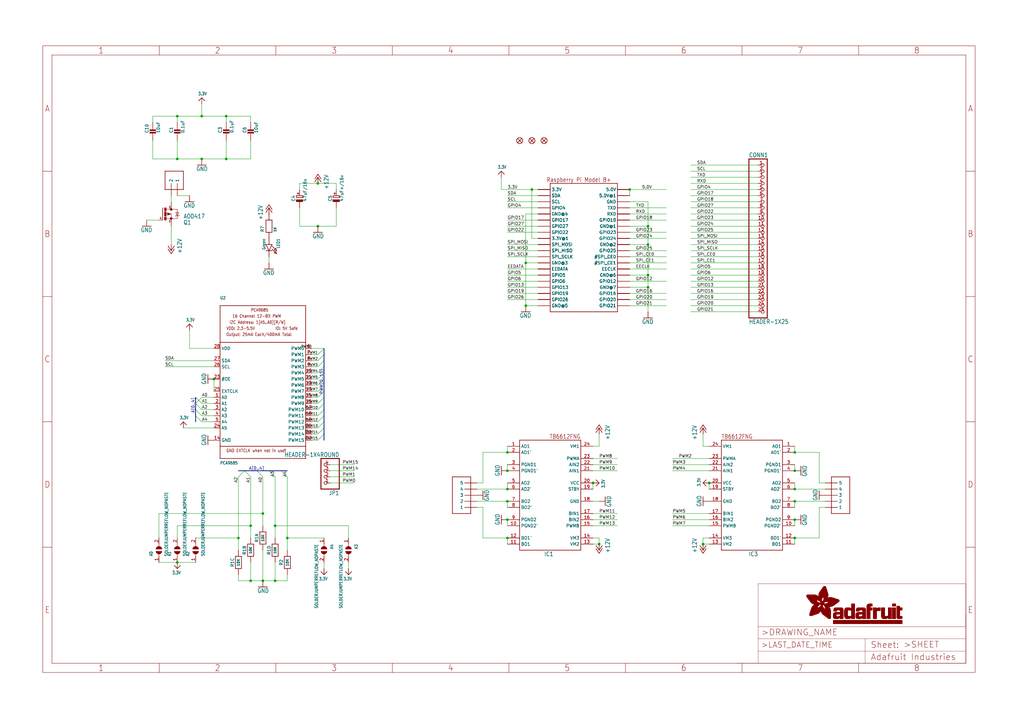
<source format=kicad_sch>
(kicad_sch (version 20211123) (generator eeschema)
  (paper "User" 425.45 299.161)
  (lib_symbols
    (symbol "eagleSchem-eagle-import:+12V" (power)
      (property "Value" "+12V" (at -2.54 -5.08 90))
      (symbol "+12V_1_0"
        (pin power_in line (at 0 -2.54 90) (length 2.54) (name "+12V") (number "1"))
      )
    )
    (symbol "eagleSchem-eagle-import:1X2-3.5MM"
      (symbol "1X2-3.5MM_1_0"
        (pin passive line (at -5.08 2.54 0) (length 5.08) (name "1") (number "1"))
        (pin passive line (at -5.08 0 0) (length 5.08) (name "2") (number "2"))
      )
    )
    (symbol "eagleSchem-eagle-import:1X5"
      (symbol "1X5_1_0"
        (pin passive line (at -7.62 5.08 0) (length 5.08) (name "1") (number "1"))
        (pin passive line (at -7.62 2.54 0) (length 5.08) (name "2") (number "2"))
        (pin passive line (at -7.62 0 0) (length 5.08) (name "3") (number "3"))
        (pin passive line (at -7.62 -2.54 0) (length 5.08) (name "4") (number "4"))
        (pin passive line (at -7.62 -5.08 0) (length 5.08) (name "5") (number "5"))
      )
    )
    (symbol "eagleSchem-eagle-import:3.3V" (power)
      (property "Value" "3.3V" (at -1.524 1.016 0))
      (symbol "3.3V_1_0"
        (pin power_in line (at 0 -2.54 90) (length 2.54) (name "3.3V") (number "1"))
      )
    )
    (symbol "eagleSchem-eagle-import:CAP_CERAMIC0603_NO"
      (property "Reference" "C" (at -2.29 1.25 90))
      (property "Value" "CAP_CERAMIC0603_NO" (at 2.3 1.25 90))
      (symbol "CAP_CERAMIC0603_NO_1_0"
        (pin passive line (at 0 5.08 270) (length 2.54) (name "1") (number "1"))
        (pin passive line (at 0 -2.54 90) (length 2.54) (name "2") (number "2"))
      )
    )
    (symbol "eagleSchem-eagle-import:CAP_CERAMIC0805-NOOUTLINE"
      (property "Reference" "C" (at -2.29 1.25 90))
      (property "Value" "CAP_CERAMIC0805-NOOUTLINE" (at 2.3 1.25 90))
      (symbol "CAP_CERAMIC0805-NOOUTLINE_1_0"
        (pin passive line (at 0 5.08 270) (length 2.54) (name "1") (number "1"))
        (pin passive line (at 0 -2.54 90) (length 2.54) (name "2") (number "2"))
      )
    )
    (symbol "eagleSchem-eagle-import:CAP_ELECTROLYTICPANASONIC_C"
      (property "Reference" "C" (at -2.39 1.25 90))
      (property "Value" "CAP_ELECTROLYTICPANASONIC_C" (at 2.5 1.25 90))
      (symbol "CAP_ELECTROLYTICPANASONIC_C_1_0"
        (pin passive line (at 0 5.08 270) (length 2.54) (name "+") (number "+"))
        (pin passive line (at 0 -2.54 90) (length 2.54) (name "-") (number "-"))
      )
    )
    (symbol "eagleSchem-eagle-import:FIDUCIAL_1MM")
    (symbol "eagleSchem-eagle-import:FRAME_A3_ADAFRUIT"
      (symbol "FRAME_A3_ADAFRUIT_0_0"
        (text "1" (at 24.2094 1.905 0) (effects (font (size 2.54 2.286))))
        (text "1" (at 24.2094 258.445 0) (effects (font (size 2.54 2.286))))
        (text "2" (at 72.6281 1.905 0) (effects (font (size 2.54 2.286))))
        (text "2" (at 72.6281 258.445 0) (effects (font (size 2.54 2.286))))
        (text "3" (at 121.0469 1.905 0) (effects (font (size 2.54 2.286))))
        (text "3" (at 121.0469 258.445 0) (effects (font (size 2.54 2.286))))
        (text "4" (at 169.4656 1.905 0) (effects (font (size 2.54 2.286))))
        (text "4" (at 169.4656 258.445 0) (effects (font (size 2.54 2.286))))
        (text "5" (at 217.8844 1.905 0) (effects (font (size 2.54 2.286))))
        (text "5" (at 217.8844 258.445 0) (effects (font (size 2.54 2.286))))
        (text "6" (at 266.3031 1.905 0) (effects (font (size 2.54 2.286))))
        (text "6" (at 266.3031 258.445 0) (effects (font (size 2.54 2.286))))
        (text "7" (at 314.7219 1.905 0) (effects (font (size 2.54 2.286))))
        (text "7" (at 314.7219 258.445 0) (effects (font (size 2.54 2.286))))
        (text "8" (at 363.1406 1.905 0) (effects (font (size 2.54 2.286))))
        (text "8" (at 363.1406 258.445 0) (effects (font (size 2.54 2.286))))
        (text "A" (at 1.905 234.315 0) (effects (font (size 2.54 2.286))))
        (text "A" (at 385.445 234.315 0) (effects (font (size 2.54 2.286))))
        (text "B" (at 1.905 182.245 0) (effects (font (size 2.54 2.286))))
        (text "B" (at 385.445 182.245 0) (effects (font (size 2.54 2.286))))
        (text "C" (at 1.905 130.175 0) (effects (font (size 2.54 2.286))))
        (text "C" (at 385.445 130.175 0) (effects (font (size 2.54 2.286))))
        (text "D" (at 1.905 78.105 0) (effects (font (size 2.54 2.286))))
        (text "D" (at 385.445 78.105 0) (effects (font (size 2.54 2.286))))
        (text "E" (at 1.905 26.035 0) (effects (font (size 2.54 2.286))))
        (text "E" (at 385.445 26.035 0) (effects (font (size 2.54 2.286))))
      )
      (symbol "FRAME_A3_ADAFRUIT_1_0"
        (text ">DRAWING_NAME" (at 298.45 15.24 0) (effects (font (size 2.54 2.54)) (justify left bottom)))
        (text ">LAST_DATE_TIME" (at 298.45 10.16 0) (effects (font (size 2.286 2.286)) (justify left bottom)))
        (text ">SHEET" (at 357.505 10.16 0) (effects (font (size 2.54 2.54)) (justify left bottom)))
        (text "Adafruit Industries" (at 343.916 4.953 0) (effects (font (size 2.54 2.54)) (justify left bottom)))
        (text "Sheet:" (at 343.916 10.033 0) (effects (font (size 2.54 2.54)) (justify left bottom)))
      )
    )
    (symbol "eagleSchem-eagle-import:GND" (power)
      (property "Value" "GND" (at -2.54 -2.54 0))
      (symbol "GND_1_0"
        (pin power_in line (at 0 2.54 270) (length 2.54) (name "GND") (number "1"))
      )
    )
    (symbol "eagleSchem-eagle-import:HEADER-1X25"
      (property "Reference" "CONN" (at -3.81 33.655 0))
      (property "Value" "HEADER-1X25" (at -3.81 -35.56 0))
      (symbol "HEADER-1X25_1_0"
        (pin passive inverted (at 0 30.48 0) (length 2.54) (name "1") (number "1"))
        (pin passive inverted (at 0 7.62 0) (length 2.54) (name "10") (number "10"))
        (pin passive inverted (at 0 5.08 0) (length 2.54) (name "11") (number "11"))
        (pin passive inverted (at 0 2.54 0) (length 2.54) (name "12") (number "12"))
        (pin passive inverted (at 0 0 0) (length 2.54) (name "13") (number "13"))
        (pin passive inverted (at 0 -2.54 0) (length 2.54) (name "14") (number "14"))
        (pin passive inverted (at 0 -5.08 0) (length 2.54) (name "15") (number "15"))
        (pin passive inverted (at 0 -7.62 0) (length 2.54) (name "16") (number "16"))
        (pin passive inverted (at 0 -10.16 0) (length 2.54) (name "17") (number "17"))
        (pin passive inverted (at 0 -12.7 0) (length 2.54) (name "18") (number "18"))
        (pin passive inverted (at 0 -15.24 0) (length 2.54) (name "19") (number "19"))
        (pin passive inverted (at 0 27.94 0) (length 2.54) (name "2") (number "2"))
        (pin passive inverted (at 0 -17.78 0) (length 2.54) (name "20") (number "20"))
        (pin passive inverted (at 0 -20.32 0) (length 2.54) (name "21") (number "21"))
        (pin passive inverted (at 0 -22.86 0) (length 2.54) (name "22") (number "22"))
        (pin passive inverted (at 0 -25.4 0) (length 2.54) (name "23") (number "23"))
        (pin passive inverted (at 0 -27.94 0) (length 2.54) (name "24") (number "24"))
        (pin passive inverted (at 0 -30.48 0) (length 2.54) (name "25") (number "25"))
        (pin passive inverted (at 0 25.4 0) (length 2.54) (name "3") (number "3"))
        (pin passive inverted (at 0 22.86 0) (length 2.54) (name "4") (number "4"))
        (pin passive inverted (at 0 20.32 0) (length 2.54) (name "5") (number "5"))
        (pin passive inverted (at 0 17.78 0) (length 2.54) (name "6") (number "6"))
        (pin passive inverted (at 0 15.24 0) (length 2.54) (name "7") (number "7"))
        (pin passive inverted (at 0 12.7 0) (length 2.54) (name "8") (number "8"))
        (pin passive inverted (at 0 10.16 0) (length 2.54) (name "9") (number "9"))
      )
    )
    (symbol "eagleSchem-eagle-import:HEADER-1X4ROUND"
      (property "Reference" "JP" (at -6.35 8.255 0))
      (property "Value" "HEADER-1X4ROUND" (at -6.35 -7.62 0))
      (symbol "HEADER-1X4ROUND_1_0"
        (pin passive inverted (at -2.54 5.08 0) (length 2.54) (name "1") (number "1"))
        (pin passive inverted (at -2.54 2.54 0) (length 2.54) (name "2") (number "2"))
        (pin passive inverted (at -2.54 0 0) (length 2.54) (name "3") (number "3"))
        (pin passive inverted (at -2.54 -2.54 0) (length 2.54) (name "4") (number "4"))
      )
    )
    (symbol "eagleSchem-eagle-import:IRF?5305R"
      (property "Reference" "Q" (at 7.62 2.54 0))
      (property "Value" "IRF?5305R" (at 7.62 0 0))
      (symbol "IRF?5305R_1_0"
        (text "D" (at 1.524 -3.302 0) (effects (font (size 0.8128 0.6908)) (justify left bottom)))
        (text "G" (at -2.286 1.27 0) (effects (font (size 0.8128 0.6908)) (justify left bottom)))
        (text "S" (at 1.524 2.54 0) (effects (font (size 0.8128 0.6908)) (justify left bottom)))
        (pin passive line (at -2.54 2.54 0) (length 0) (name "G") (number "1"))
        (pin passive line (at 2.54 5.08 270) (length 2.54) (name "S") (number "3"))
        (pin passive line (at 2.54 -5.08 90) (length 2.54) (name "D") (number "4"))
      )
    )
    (symbol "eagleSchem-eagle-import:LED0805_NOOUTLINE"
      (property "Reference" "D" (at -1.27 4.445 0))
      (property "Value" "LED0805_NOOUTLINE" (at -1.27 -2.794 0))
      (symbol "LED0805_NOOUTLINE_1_0"
        (pin passive line (at -5.08 0 0) (length 2.54) (name "A") (number "A"))
        (pin passive line (at 2.54 0 180) (length 2.54) (name "C") (number "C"))
      )
    )
    (symbol "eagleSchem-eagle-import:PCA9685"
      (property "Reference" "U" (at -17.78 35.56 0))
      (property "Value" "PCA9685" (at -17.78 -33.02 0))
      (symbol "PCA9685_1_0"
        (text "16 Channel 12-Bit PWM" (at -12.7 27.94 0) (effects (font (size 1.27 1.0795)) (justify left bottom)))
        (text "GND EXTCLK when not in use!" (at -15.24 -27.94 0) (effects (font (size 1.27 1.0795)) (justify left bottom)))
        (text "I2C Address: 1[A5..A0][R/W]" (at -13.97 25.4 0) (effects (font (size 1.27 1.0795)) (justify left bottom)))
        (text "IO: 5V Safe" (at 5.08 22.86 0) (effects (font (size 1.27 1.0795)) (justify left bottom)))
        (text "Output: 25mA Each/400mA Total" (at -15.24 20.32 0) (effects (font (size 1.27 1.0795)) (justify left bottom)))
        (text "PCA9685" (at -5.08 30.48 0) (effects (font (size 1.27 1.0795)) (justify left bottom)))
        (text "VDD: 2.3-5.5V" (at -15.24 22.86 0) (effects (font (size 1.27 1.0795)) (justify left bottom)))
        (pin bidirectional line (at -20.32 -5.08 0) (length 2.54) (name "A0") (number "1"))
        (pin output line (at 20.32 5.08 180) (length 2.54) (name "PWM4") (number "10"))
        (pin output line (at 20.32 2.54 180) (length 2.54) (name "PWM5") (number "11"))
        (pin output line (at 20.32 0 180) (length 2.54) (name "PWM6") (number "12"))
        (pin output line (at 20.32 -2.54 180) (length 2.54) (name "PWM7") (number "13"))
        (pin power_in line (at -20.32 -22.86 0) (length 2.54) (name "GND") (number "14"))
        (pin output line (at 20.32 -5.08 180) (length 2.54) (name "PWM8") (number "15"))
        (pin output line (at 20.32 -7.62 180) (length 2.54) (name "PWM9") (number "16"))
        (pin output line (at 20.32 -10.16 180) (length 2.54) (name "PWM10") (number "17"))
        (pin output line (at 20.32 -12.7 180) (length 2.54) (name "PWM11") (number "18"))
        (pin output line (at 20.32 -15.24 180) (length 2.54) (name "PWM12") (number "19"))
        (pin bidirectional line (at -20.32 -7.62 0) (length 2.54) (name "A1") (number "2"))
        (pin output line (at 20.32 -17.78 180) (length 2.54) (name "PWM13") (number "20"))
        (pin output line (at 20.32 -20.32 180) (length 2.54) (name "PWM14") (number "21"))
        (pin output line (at 20.32 -22.86 180) (length 2.54) (name "PWM15") (number "22"))
        (pin input line (at -20.32 2.54 0) (length 2.54) (name "#OE") (number "23"))
        (pin bidirectional line (at -20.32 -17.78 0) (length 2.54) (name "A5") (number "24"))
        (pin input line (at -20.32 -2.54 0) (length 2.54) (name "EXTCLK") (number "25"))
        (pin bidirectional line (at -20.32 7.62 0) (length 2.54) (name "SCL") (number "26"))
        (pin bidirectional line (at -20.32 10.16 0) (length 2.54) (name "SDA") (number "27"))
        (pin power_in line (at -20.32 15.24 0) (length 2.54) (name "VDD") (number "28"))
        (pin bidirectional line (at -20.32 -10.16 0) (length 2.54) (name "A2") (number "3"))
        (pin bidirectional line (at -20.32 -12.7 0) (length 2.54) (name "A3") (number "4"))
        (pin bidirectional line (at -20.32 -15.24 0) (length 2.54) (name "A4") (number "5"))
        (pin output line (at 20.32 15.24 180) (length 2.54) (name "PWM0") (number "6"))
        (pin output line (at 20.32 12.7 180) (length 2.54) (name "PWM1") (number "7"))
        (pin output line (at 20.32 10.16 180) (length 2.54) (name "PWM2") (number "8"))
        (pin output line (at 20.32 7.62 180) (length 2.54) (name "PWM3") (number "9"))
      )
    )
    (symbol "eagleSchem-eagle-import:RASPBERRYPI_BPLUS_BONNET_THMSMT"
      (symbol "RASPBERRYPI_BPLUS_BONNET_THMSMT_1_0"
        (text "Raspberry Pi Model B+" (at 12.7 25.4 0) (effects (font (size 1.778 1.5113)) (justify right top)))
        (pin power_in line (at -17.78 20.32 0) (length 5.08) (name "3.3V") (number "1"))
        (pin bidirectional line (at 20.32 10.16 180) (length 5.08) (name "RXD") (number "10"))
        (pin bidirectional line (at -17.78 7.62 0) (length 5.08) (name "GPIO17") (number "11"))
        (pin bidirectional line (at 20.32 7.62 180) (length 5.08) (name "GPIO18") (number "12"))
        (pin bidirectional line (at -17.78 5.08 0) (length 5.08) (name "GPIO27") (number "13"))
        (pin power_in line (at 20.32 5.08 180) (length 5.08) (name "GND@1") (number "14"))
        (pin bidirectional line (at -17.78 2.54 0) (length 5.08) (name "GPIO22") (number "15"))
        (pin bidirectional line (at 20.32 2.54 180) (length 5.08) (name "GPIO23") (number "16"))
        (pin power_in line (at -17.78 0 0) (length 5.08) (name "3.3V@1") (number "17"))
        (pin bidirectional line (at 20.32 0 180) (length 5.08) (name "GPIO24") (number "18"))
        (pin bidirectional line (at -17.78 -2.54 0) (length 5.08) (name "SPI_MOSI") (number "19"))
        (pin power_in line (at 20.32 20.32 180) (length 5.08) (name "5.0V") (number "2"))
        (pin power_in line (at 20.32 -2.54 180) (length 5.08) (name "GND@2") (number "20"))
        (pin bidirectional line (at -17.78 -5.08 0) (length 5.08) (name "SPI_MISO") (number "21"))
        (pin bidirectional line (at 20.32 -5.08 180) (length 5.08) (name "GPIO25") (number "22"))
        (pin bidirectional line (at -17.78 -7.62 0) (length 5.08) (name "SPI_SCLK") (number "23"))
        (pin bidirectional line (at 20.32 -7.62 180) (length 5.08) (name "#SPI_CE0") (number "24"))
        (pin power_in line (at -17.78 -10.16 0) (length 5.08) (name "GND@3") (number "25"))
        (pin bidirectional line (at 20.32 -10.16 180) (length 5.08) (name "#SPI_CE1") (number "26"))
        (pin bidirectional line (at -17.78 -12.7 0) (length 5.08) (name "EEDATA") (number "27"))
        (pin bidirectional line (at 20.32 -12.7 180) (length 5.08) (name "EECLK") (number "28"))
        (pin bidirectional line (at -17.78 -15.24 0) (length 5.08) (name "GPIO5") (number "29"))
        (pin bidirectional line (at -17.78 17.78 0) (length 5.08) (name "SDA") (number "3"))
        (pin power_in line (at 20.32 -15.24 180) (length 5.08) (name "GND@6") (number "30"))
        (pin bidirectional line (at -17.78 -17.78 0) (length 5.08) (name "GPIO6") (number "31"))
        (pin bidirectional line (at 20.32 -17.78 180) (length 5.08) (name "GPIO12") (number "32"))
        (pin bidirectional line (at -17.78 -20.32 0) (length 5.08) (name "GPIO13") (number "33"))
        (pin power_in line (at 20.32 -20.32 180) (length 5.08) (name "GND@7") (number "34"))
        (pin bidirectional line (at -17.78 -22.86 0) (length 5.08) (name "GPIO19") (number "35"))
        (pin bidirectional line (at 20.32 -22.86 180) (length 5.08) (name "GPIO16") (number "36"))
        (pin bidirectional line (at -17.78 -25.4 0) (length 5.08) (name "GPIO26") (number "37"))
        (pin bidirectional line (at 20.32 -25.4 180) (length 5.08) (name "GPIO20") (number "38"))
        (pin power_in line (at -17.78 -27.94 0) (length 5.08) (name "GND@5") (number "39"))
        (pin power_in line (at 20.32 17.78 180) (length 5.08) (name "5.0V@1") (number "4"))
        (pin bidirectional line (at 20.32 -27.94 180) (length 5.08) (name "GPIO21") (number "40"))
        (pin bidirectional line (at -17.78 15.24 0) (length 5.08) (name "SCL") (number "5"))
        (pin power_in line (at 20.32 15.24 180) (length 5.08) (name "GND") (number "6"))
        (pin bidirectional line (at -17.78 12.7 0) (length 5.08) (name "GPIO4") (number "7"))
        (pin bidirectional line (at 20.32 12.7 180) (length 5.08) (name "TXD") (number "8"))
        (pin power_in line (at -17.78 10.16 0) (length 5.08) (name "GND@4") (number "9"))
        (pin power_in line (at -17.78 20.32 0) (length 5.08) (name "3.3V") (number "S1"))
        (pin bidirectional line (at 20.32 10.16 180) (length 5.08) (name "RXD") (number "S10"))
        (pin bidirectional line (at -17.78 7.62 0) (length 5.08) (name "GPIO17") (number "S11"))
        (pin bidirectional line (at 20.32 7.62 180) (length 5.08) (name "GPIO18") (number "S12"))
        (pin bidirectional line (at -17.78 5.08 0) (length 5.08) (name "GPIO27") (number "S13"))
        (pin power_in line (at 20.32 5.08 180) (length 5.08) (name "GND@1") (number "S14"))
        (pin bidirectional line (at -17.78 2.54 0) (length 5.08) (name "GPIO22") (number "S15"))
        (pin bidirectional line (at 20.32 2.54 180) (length 5.08) (name "GPIO23") (number "S16"))
        (pin power_in line (at -17.78 0 0) (length 5.08) (name "3.3V@1") (number "S17"))
        (pin bidirectional line (at 20.32 0 180) (length 5.08) (name "GPIO24") (number "S18"))
        (pin bidirectional line (at -17.78 -2.54 0) (length 5.08) (name "SPI_MOSI") (number "S19"))
        (pin power_in line (at 20.32 20.32 180) (length 5.08) (name "5.0V") (number "S2"))
        (pin power_in line (at 20.32 -2.54 180) (length 5.08) (name "GND@2") (number "S20"))
        (pin bidirectional line (at -17.78 -5.08 0) (length 5.08) (name "SPI_MISO") (number "S21"))
        (pin bidirectional line (at 20.32 -5.08 180) (length 5.08) (name "GPIO25") (number "S22"))
        (pin bidirectional line (at -17.78 -7.62 0) (length 5.08) (name "SPI_SCLK") (number "S23"))
        (pin bidirectional line (at 20.32 -7.62 180) (length 5.08) (name "#SPI_CE0") (number "S24"))
        (pin power_in line (at -17.78 -10.16 0) (length 5.08) (name "GND@3") (number "S25"))
        (pin bidirectional line (at 20.32 -10.16 180) (length 5.08) (name "#SPI_CE1") (number "S26"))
        (pin bidirectional line (at -17.78 -12.7 0) (length 5.08) (name "EEDATA") (number "S27"))
        (pin bidirectional line (at 20.32 -12.7 180) (length 5.08) (name "EECLK") (number "S28"))
        (pin bidirectional line (at -17.78 -15.24 0) (length 5.08) (name "GPIO5") (number "S29"))
        (pin bidirectional line (at -17.78 17.78 0) (length 5.08) (name "SDA") (number "S3"))
        (pin power_in line (at 20.32 -15.24 180) (length 5.08) (name "GND@6") (number "S30"))
        (pin bidirectional line (at -17.78 -17.78 0) (length 5.08) (name "GPIO6") (number "S31"))
        (pin bidirectional line (at 20.32 -17.78 180) (length 5.08) (name "GPIO12") (number "S32"))
        (pin bidirectional line (at -17.78 -20.32 0) (length 5.08) (name "GPIO13") (number "S33"))
        (pin power_in line (at 20.32 -20.32 180) (length 5.08) (name "GND@7") (number "S34"))
        (pin bidirectional line (at -17.78 -22.86 0) (length 5.08) (name "GPIO19") (number "S35"))
        (pin bidirectional line (at 20.32 -22.86 180) (length 5.08) (name "GPIO16") (number "S36"))
        (pin bidirectional line (at -17.78 -25.4 0) (length 5.08) (name "GPIO26") (number "S37"))
        (pin bidirectional line (at 20.32 -25.4 180) (length 5.08) (name "GPIO20") (number "S38"))
        (pin power_in line (at -17.78 -27.94 0) (length 5.08) (name "GND@5") (number "S39"))
        (pin power_in line (at 20.32 17.78 180) (length 5.08) (name "5.0V@1") (number "S4"))
        (pin bidirectional line (at 20.32 -27.94 180) (length 5.08) (name "GPIO21") (number "S40"))
        (pin bidirectional line (at -17.78 15.24 0) (length 5.08) (name "SCL") (number "S5"))
        (pin power_in line (at 20.32 15.24 180) (length 5.08) (name "GND") (number "S6"))
        (pin bidirectional line (at -17.78 12.7 0) (length 5.08) (name "GPIO4") (number "S7"))
        (pin bidirectional line (at 20.32 12.7 180) (length 5.08) (name "TXD") (number "S8"))
        (pin power_in line (at -17.78 10.16 0) (length 5.08) (name "GND@4") (number "S9"))
      )
    )
    (symbol "eagleSchem-eagle-import:RESISTOR_0603_NOOUT"
      (property "Reference" "R" (at 0 2.54 0))
      (property "Value" "RESISTOR_0603_NOOUT" (at 0 0 0))
      (symbol "RESISTOR_0603_NOOUT_1_0"
        (pin passive line (at -5.08 0 0) (length 2.54) (name "1") (number "1"))
        (pin passive line (at 5.08 0 180) (length 2.54) (name "2") (number "2"))
      )
    )
    (symbol "eagleSchem-eagle-import:RESISTOR_4PACK"
      (property "Reference" "R" (at 0 2.54 0))
      (property "Value" "RESISTOR_4PACK" (at 0 0 0))
      (symbol "RESISTOR_4PACK_1_0"
        (pin passive line (at -5.08 0 0) (length 2.54) (name "1") (number "1"))
        (pin passive line (at 5.08 0 180) (length 2.54) (name "2") (number "8"))
      )
      (symbol "RESISTOR_4PACK_2_0"
        (pin passive line (at -5.08 0 0) (length 2.54) (name "1") (number "2"))
        (pin passive line (at 5.08 0 180) (length 2.54) (name "2") (number "7"))
      )
      (symbol "RESISTOR_4PACK_3_0"
        (pin passive line (at -5.08 0 0) (length 2.54) (name "1") (number "3"))
        (pin passive line (at 5.08 0 180) (length 2.54) (name "2") (number "6"))
      )
      (symbol "RESISTOR_4PACK_4_0"
        (pin passive line (at -5.08 0 0) (length 2.54) (name "1") (number "4"))
        (pin passive line (at 5.08 0 180) (length 2.54) (name "2") (number "5"))
      )
    )
    (symbol "eagleSchem-eagle-import:SOLDERJUMPERREFLOW_NOPASTE"
      (property "Reference" "SJ" (at -2.54 2.54 0))
      (property "Value" "SOLDERJUMPERREFLOW_NOPASTE" (at -2.54 -3.81 0))
      (symbol "SOLDERJUMPERREFLOW_NOPASTE_1_0"
        (pin passive line (at -5.08 0 0) (length 2.54) (name "1") (number "1"))
        (pin passive line (at 5.08 0 180) (length 2.54) (name "2") (number "2"))
      )
    )
    (symbol "eagleSchem-eagle-import:TB6612FNG"
      (property "Reference" "IC" (at -2.54 -25.4 0))
      (symbol "TB6612FNG_1_0"
        (text "TB6612FNG" (at 12.7 25.4 0) (effects (font (size 1.778 1.5113)) (justify right top)))
        (pin output line (at -17.78 20.32 0) (length 5.08) (name "AO1") (number "1"))
        (pin power_in line (at -17.78 -12.7 0) (length 5.08) (name "PGND2'") (number "10"))
        (pin output line (at -17.78 -20.32 0) (length 5.08) (name "BO1") (number "11"))
        (pin output line (at -17.78 -17.78 0) (length 5.08) (name "BO1'") (number "12"))
        (pin power_in line (at 17.78 -20.32 180) (length 5.08) (name "VM2") (number "13"))
        (pin power_in line (at 17.78 -17.78 180) (length 5.08) (name "VM3") (number "14"))
        (pin input line (at 17.78 -12.7 180) (length 5.08) (name "PWMB") (number "15"))
        (pin input line (at 17.78 -10.16 180) (length 5.08) (name "BIN2") (number "16"))
        (pin input line (at 17.78 -7.62 180) (length 5.08) (name "BIN1") (number "17"))
        (pin power_in line (at 17.78 -2.54 180) (length 5.08) (name "GND") (number "18"))
        (pin input line (at 17.78 2.54 180) (length 5.08) (name "STBY") (number "19"))
        (pin output line (at -17.78 17.78 0) (length 5.08) (name "AO1'") (number "2"))
        (pin power_in line (at 17.78 5.08 180) (length 5.08) (name "VCC") (number "20"))
        (pin input line (at 17.78 10.16 180) (length 5.08) (name "AIN1") (number "21"))
        (pin input line (at 17.78 12.7 180) (length 5.08) (name "AIN2") (number "22"))
        (pin input line (at 17.78 15.24 180) (length 5.08) (name "PWMA") (number "23"))
        (pin power_in line (at 17.78 20.32 180) (length 5.08) (name "VM1") (number "24"))
        (pin power_in line (at -17.78 12.7 0) (length 5.08) (name "PGND1") (number "3"))
        (pin power_in line (at -17.78 10.16 0) (length 5.08) (name "PGND1'") (number "4"))
        (pin output line (at -17.78 5.08 0) (length 5.08) (name "AO2") (number "5"))
        (pin output line (at -17.78 2.54 0) (length 5.08) (name "AO2'") (number "6"))
        (pin output line (at -17.78 -2.54 0) (length 5.08) (name "BO2") (number "7"))
        (pin output line (at -17.78 -5.08 0) (length 5.08) (name "BO2'") (number "8"))
        (pin power_in line (at -17.78 -10.16 0) (length 5.08) (name "PGND2") (number "9"))
      )
    )
  )
  (junction (at 109.22 213.36))
  (junction (at 246.38 200.66))
  (junction (at 330.2 215.9))
  (junction (at 330.2 208.28))
  (junction (at 210.82 195.58))
  (junction (at 330.2 203.2))
  (junction (at 119.38 223.52))
  (junction (at 220.98 78.74))
  (junction (at 104.14 241.3))
  (junction (at 114.3 218.44))
  (junction (at 210.82 215.9))
  (junction (at 88.9 157.48))
  (junction (at 73.66 48.26))
  (junction (at 269.24 119.38))
  (junction (at 109.22 241.3))
  (junction (at 93.98 48.26))
  (junction (at 292.1 226.06))
  (junction (at 210.82 223.52))
  (junction (at 93.98 66.04))
  (junction (at 330.2 195.58))
  (junction (at 132.08 93.98))
  (junction (at 210.82 208.28))
  (junction (at 83.82 48.26))
  (junction (at 248.92 226.06))
  (junction (at 73.66 66.04))
  (junction (at 269.24 114.3))
  (junction (at 218.44 109.22))
  (junction (at 330.2 223.52))
  (junction (at 269.24 101.6))
  (junction (at 330.2 187.96))
  (junction (at 132.08 76.2))
  (junction (at 218.44 127))
  (junction (at 83.82 66.04))
  (junction (at 269.24 93.98))
  (junction (at 210.82 187.96))
  (junction (at 99.06 223.52))
  (junction (at 104.14 218.44))
  (junction (at 261.62 78.74))
  (junction (at 294.64 200.66))
  (junction (at 210.82 203.2))
  (junction (at 114.3 241.3))
  (junction (at 73.66 233.68))
  (bus_entry (at 132.08 147.32) (size 2.54 -2.54))
  (bus_entry (at 132.08 177.8) (size 2.54 -2.54))
  (bus_entry (at 83.82 175.26) (size -2.54 -2.54))
  (bus_entry (at 114.3 198.12) (size -2.54 -2.54))
  (bus_entry (at 132.08 160.02) (size 2.54 -2.54))
  (bus_entry (at 132.08 162.56) (size 2.54 -2.54))
  (bus_entry (at 83.82 167.64) (size -2.54 -2.54))
  (bus_entry (at 132.08 152.4) (size 2.54 -2.54))
  (bus_entry (at 132.08 154.94) (size 2.54 -2.54))
  (bus_entry (at 132.08 165.1) (size 2.54 -2.54))
  (bus_entry (at 104.14 198.12) (size -2.54 -2.54))
  (bus_entry (at 132.08 167.64) (size 2.54 -2.54))
  (bus_entry (at 132.08 170.18) (size 2.54 -2.54))
  (bus_entry (at 119.38 198.12) (size -2.54 -2.54))
  (bus_entry (at 132.08 180.34) (size 2.54 -2.54))
  (bus_entry (at 132.08 149.86) (size 2.54 -2.54))
  (bus_entry (at 83.82 170.18) (size -2.54 -2.54))
  (bus_entry (at 83.82 165.1) (size -2.54 2.54))
  (bus_entry (at 83.82 172.72) (size -2.54 -2.54))
  (bus_entry (at 99.06 198.12) (size 2.54 -2.54))
  (bus_entry (at 109.22 198.12) (size -2.54 -2.54))
  (bus_entry (at 132.08 182.88) (size 2.54 -2.54))
  (bus_entry (at 132.08 172.72) (size 2.54 -2.54))
  (bus_entry (at 132.08 175.26) (size 2.54 -2.54))
  (bus_entry (at 132.08 157.48) (size 2.54 -2.54))
  (wire (pts (xy 104.14 223.52) (xy 104.14 218.44)))
  (wire (pts (xy 248.92 208.28) (xy 246.38 208.28)))
  (wire (pts (xy 269.24 83.82) (xy 269.24 93.98)))
  (wire (pts (xy 223.52 86.36) (xy 210.82 86.36)))
  (wire (pts (xy 66.04 223.52) (xy 66.04 213.36)))
  (wire (pts (xy 137.16 198.12) (xy 147.32 198.12)))
  (wire (pts (xy 218.44 109.22) (xy 218.44 88.9)))
  (wire (pts (xy 93.98 66.04) (xy 93.98 58.42)))
  (wire (pts (xy 93.98 66.04) (xy 104.14 66.04)))
  (wire (pts (xy 314.96 91.44) (xy 287.02 91.44)))
  (wire (pts (xy 210.82 114.3) (xy 223.52 114.3)))
  (wire (pts (xy 294.64 218.44) (xy 279.4 218.44)))
  (wire (pts (xy 104.14 48.26) (xy 104.14 50.8)))
  (wire (pts (xy 137.16 193.04) (xy 147.32 193.04)))
  (wire (pts (xy 340.36 187.96) (xy 340.36 200.66)))
  (wire (pts (xy 248.92 226.06) (xy 246.38 226.06)))
  (wire (pts (xy 210.82 215.9) (xy 210.82 218.44)))
  (wire (pts (xy 287.02 93.98) (xy 314.96 93.98)))
  (bus (pts (xy 134.62 154.94) (xy 134.62 157.48)))
  (wire (pts (xy 210.82 223.52) (xy 210.82 226.06)))
  (wire (pts (xy 129.54 147.32) (xy 132.08 147.32)))
  (bus (pts (xy 134.62 149.86) (xy 134.62 152.4)))
  (wire (pts (xy 144.78 223.52) (xy 144.78 218.44)))
  (wire (pts (xy 246.38 218.44) (xy 256.54 218.44)))
  (wire (pts (xy 330.2 193.04) (xy 330.2 195.58)))
  (wire (pts (xy 104.14 48.26) (xy 93.98 48.26)))
  (wire (pts (xy 93.98 48.26) (xy 83.82 48.26)))
  (wire (pts (xy 71.12 93.98) (xy 71.12 101.6)))
  (wire (pts (xy 111.76 106.68) (xy 111.76 109.22)))
  (wire (pts (xy 246.38 190.5) (xy 256.54 190.5)))
  (wire (pts (xy 248.92 223.52) (xy 248.92 226.06)))
  (wire (pts (xy 261.62 78.74) (xy 276.86 78.74)))
  (wire (pts (xy 129.54 149.86) (xy 132.08 149.86)))
  (wire (pts (xy 109.22 213.36) (xy 109.22 198.12)))
  (bus (pts (xy 134.62 165.1) (xy 134.62 167.64)))
  (wire (pts (xy 292.1 185.42) (xy 292.1 180.34)))
  (bus (pts (xy 81.28 172.72) (xy 81.28 175.26)))
  (wire (pts (xy 287.02 99.06) (xy 314.96 99.06)))
  (wire (pts (xy 73.66 66.04) (xy 83.82 66.04)))
  (wire (pts (xy 139.7 93.98) (xy 139.7 86.36)))
  (wire (pts (xy 261.62 104.14) (xy 276.86 104.14)))
  (wire (pts (xy 73.66 48.26) (xy 73.66 50.8)))
  (wire (pts (xy 104.14 218.44) (xy 73.66 218.44)))
  (wire (pts (xy 314.96 73.66) (xy 287.02 73.66)))
  (wire (pts (xy 109.22 213.36) (xy 66.04 213.36)))
  (wire (pts (xy 63.5 48.26) (xy 73.66 48.26)))
  (wire (pts (xy 200.66 210.82) (xy 200.66 223.52)))
  (wire (pts (xy 261.62 116.84) (xy 276.86 116.84)))
  (wire (pts (xy 210.82 101.6) (xy 223.52 101.6)))
  (wire (pts (xy 129.54 162.56) (xy 132.08 162.56)))
  (wire (pts (xy 129.54 182.88) (xy 132.08 182.88)))
  (wire (pts (xy 129.54 180.34) (xy 132.08 180.34)))
  (wire (pts (xy 223.52 81.28) (xy 210.82 81.28)))
  (wire (pts (xy 88.9 162.56) (xy 88.9 157.48)))
  (wire (pts (xy 269.24 101.6) (xy 269.24 114.3)))
  (wire (pts (xy 261.62 111.76) (xy 276.86 111.76)))
  (bus (pts (xy 81.28 165.1) (xy 81.28 167.64)))
  (wire (pts (xy 124.46 76.2) (xy 124.46 78.74)))
  (wire (pts (xy 223.52 111.76) (xy 210.82 111.76)))
  (wire (pts (xy 261.62 86.36) (xy 276.86 86.36)))
  (wire (pts (xy 220.98 78.74) (xy 208.28 78.74)))
  (bus (pts (xy 81.28 170.18) (xy 81.28 172.72)))
  (wire (pts (xy 88.9 152.4) (xy 68.58 152.4)))
  (wire (pts (xy 330.2 223.52) (xy 340.36 223.52)))
  (wire (pts (xy 294.64 185.42) (xy 292.1 185.42)))
  (wire (pts (xy 261.62 91.44) (xy 276.86 91.44)))
  (wire (pts (xy 109.22 241.3) (xy 114.3 241.3)))
  (wire (pts (xy 287.02 119.38) (xy 314.96 119.38)))
  (wire (pts (xy 63.5 50.8) (xy 63.5 48.26)))
  (bus (pts (xy 101.6 195.58) (xy 106.68 195.58)))
  (wire (pts (xy 330.2 203.2) (xy 342.9 203.2)))
  (wire (pts (xy 104.14 66.04) (xy 104.14 58.42)))
  (wire (pts (xy 88.9 149.86) (xy 68.58 149.86)))
  (wire (pts (xy 314.96 116.84) (xy 287.02 116.84)))
  (wire (pts (xy 261.62 121.92) (xy 276.86 121.92)))
  (wire (pts (xy 109.22 218.44) (xy 109.22 213.36)))
  (wire (pts (xy 200.66 187.96) (xy 210.82 187.96)))
  (wire (pts (xy 132.08 76.2) (xy 139.7 76.2)))
  (wire (pts (xy 261.62 109.22) (xy 276.86 109.22)))
  (wire (pts (xy 223.52 91.44) (xy 210.82 91.44)))
  (wire (pts (xy 276.86 88.9) (xy 261.62 88.9)))
  (wire (pts (xy 104.14 218.44) (xy 104.14 198.12)))
  (wire (pts (xy 109.22 228.6) (xy 109.22 241.3)))
  (wire (pts (xy 218.44 109.22) (xy 223.52 109.22)))
  (wire (pts (xy 99.06 223.52) (xy 99.06 198.12)))
  (wire (pts (xy 223.52 127) (xy 218.44 127)))
  (bus (pts (xy 106.68 195.58) (xy 111.76 195.58)))
  (wire (pts (xy 129.54 160.02) (xy 132.08 160.02)))
  (wire (pts (xy 83.82 43.18) (xy 83.82 48.26)))
  (wire (pts (xy 287.02 88.9) (xy 314.96 88.9)))
  (wire (pts (xy 198.12 200.66) (xy 200.66 200.66)))
  (wire (pts (xy 330.2 208.28) (xy 342.9 208.28)))
  (wire (pts (xy 261.62 101.6) (xy 269.24 101.6)))
  (bus (pts (xy 111.76 195.58) (xy 116.84 195.58)))
  (wire (pts (xy 269.24 114.3) (xy 269.24 119.38)))
  (wire (pts (xy 129.54 165.1) (xy 132.08 165.1)))
  (wire (pts (xy 330.2 187.96) (xy 330.2 185.42)))
  (wire (pts (xy 314.96 101.6) (xy 287.02 101.6)))
  (wire (pts (xy 261.62 83.82) (xy 269.24 83.82)))
  (wire (pts (xy 73.66 233.68) (xy 66.04 233.68)))
  (wire (pts (xy 261.62 93.98) (xy 269.24 93.98)))
  (wire (pts (xy 330.2 200.66) (xy 330.2 203.2)))
  (wire (pts (xy 83.82 167.64) (xy 88.9 167.64)))
  (wire (pts (xy 314.96 106.68) (xy 287.02 106.68)))
  (wire (pts (xy 114.3 218.44) (xy 144.78 218.44)))
  (wire (pts (xy 132.08 93.98) (xy 139.7 93.98)))
  (wire (pts (xy 81.28 223.52) (xy 99.06 223.52)))
  (wire (pts (xy 104.14 233.68) (xy 104.14 241.3)))
  (wire (pts (xy 314.96 127) (xy 287.02 127)))
  (wire (pts (xy 210.82 208.28) (xy 210.82 210.82)))
  (wire (pts (xy 129.54 170.18) (xy 132.08 170.18)))
  (wire (pts (xy 330.2 215.9) (xy 330.2 218.44)))
  (bus (pts (xy 134.62 172.72) (xy 134.62 175.26)))
  (wire (pts (xy 314.96 121.92) (xy 287.02 121.92)))
  (wire (pts (xy 210.82 124.46) (xy 223.52 124.46)))
  (wire (pts (xy 287.02 83.82) (xy 314.96 83.82)))
  (bus (pts (xy 134.62 177.8) (xy 134.62 180.34)))
  (wire (pts (xy 83.82 172.72) (xy 88.9 172.72)))
  (wire (pts (xy 200.66 223.52) (xy 210.82 223.52)))
  (wire (pts (xy 210.82 93.98) (xy 223.52 93.98)))
  (wire (pts (xy 83.82 66.04) (xy 93.98 66.04)))
  (bus (pts (xy 134.62 162.56) (xy 134.62 165.1)))
  (wire (pts (xy 129.54 167.64) (xy 132.08 167.64)))
  (wire (pts (xy 294.64 223.52) (xy 292.1 223.52)))
  (wire (pts (xy 129.54 152.4) (xy 132.08 152.4)))
  (wire (pts (xy 223.52 78.74) (xy 220.98 78.74)))
  (bus (pts (xy 134.62 152.4) (xy 134.62 154.94)))
  (wire (pts (xy 261.62 124.46) (xy 276.86 124.46)))
  (wire (pts (xy 210.82 185.42) (xy 210.82 187.96)))
  (wire (pts (xy 119.38 223.52) (xy 119.38 198.12)))
  (wire (pts (xy 261.62 106.68) (xy 276.86 106.68)))
  (wire (pts (xy 287.02 76.2) (xy 314.96 76.2)))
  (wire (pts (xy 294.64 195.58) (xy 279.4 195.58)))
  (bus (pts (xy 134.62 157.48) (xy 134.62 160.02)))
  (wire (pts (xy 261.62 99.06) (xy 276.86 99.06)))
  (wire (pts (xy 261.62 119.38) (xy 269.24 119.38)))
  (wire (pts (xy 198.12 208.28) (xy 210.82 208.28)))
  (wire (pts (xy 294.64 213.36) (xy 279.4 213.36)))
  (wire (pts (xy 340.36 200.66) (xy 342.9 200.66)))
  (wire (pts (xy 314.96 111.76) (xy 287.02 111.76)))
  (wire (pts (xy 269.24 119.38) (xy 269.24 129.54)))
  (wire (pts (xy 81.28 233.68) (xy 73.66 233.68)))
  (wire (pts (xy 314.96 96.52) (xy 287.02 96.52)))
  (wire (pts (xy 287.02 71.12) (xy 314.96 71.12)))
  (wire (pts (xy 73.66 223.52) (xy 73.66 218.44)))
  (wire (pts (xy 261.62 96.52) (xy 276.86 96.52)))
  (wire (pts (xy 129.54 144.78) (xy 134.62 144.78)))
  (wire (pts (xy 129.54 175.26) (xy 132.08 175.26)))
  (wire (pts (xy 246.38 213.36) (xy 256.54 213.36)))
  (wire (pts (xy 139.7 76.2) (xy 139.7 78.74)))
  (wire (pts (xy 287.02 104.14) (xy 314.96 104.14)))
  (wire (pts (xy 78.74 144.78) (xy 88.9 144.78)))
  (wire (pts (xy 294.64 215.9) (xy 279.4 215.9)))
  (wire (pts (xy 340.36 223.52) (xy 340.36 210.82)))
  (wire (pts (xy 129.54 172.72) (xy 132.08 172.72)))
  (wire (pts (xy 83.82 165.1) (xy 88.9 165.1)))
  (wire (pts (xy 198.12 203.2) (xy 210.82 203.2)))
  (bus (pts (xy 116.84 195.58) (xy 119.38 195.58)))
  (wire (pts (xy 134.62 233.68) (xy 134.62 236.22)))
  (wire (pts (xy 200.66 200.66) (xy 200.66 187.96)))
  (wire (pts (xy 330.2 208.28) (xy 330.2 210.82)))
  (bus (pts (xy 99.06 195.58) (xy 101.6 195.58)))
  (wire (pts (xy 223.52 96.52) (xy 210.82 96.52)))
  (wire (pts (xy 99.06 228.6) (xy 99.06 223.52)))
  (wire (pts (xy 246.38 203.2) (xy 246.38 200.66)))
  (wire (pts (xy 210.82 104.14) (xy 223.52 104.14)))
  (wire (pts (xy 269.24 93.98) (xy 269.24 101.6)))
  (wire (pts (xy 114.3 218.44) (xy 114.3 198.12)))
  (bus (pts (xy 134.62 170.18) (xy 134.62 172.72)))
  (wire (pts (xy 83.82 48.26) (xy 73.66 48.26)))
  (wire (pts (xy 73.66 66.04) (xy 63.5 66.04)))
  (wire (pts (xy 218.44 109.22) (xy 218.44 127)))
  (wire (pts (xy 294.64 193.04) (xy 279.4 193.04)))
  (wire (pts (xy 287.02 124.46) (xy 314.96 124.46)))
  (wire (pts (xy 330.2 226.06) (xy 330.2 223.52)))
  (wire (pts (xy 119.38 241.3) (xy 119.38 238.76)))
  (wire (pts (xy 124.46 86.36) (xy 124.46 93.98)))
  (wire (pts (xy 218.44 88.9) (xy 223.52 88.9)))
  (wire (pts (xy 63.5 66.04) (xy 63.5 58.42)))
  (wire (pts (xy 210.82 119.38) (xy 223.52 119.38)))
  (wire (pts (xy 114.3 223.52) (xy 114.3 218.44)))
  (bus (pts (xy 134.62 180.34) (xy 134.62 182.88)))
  (bus (pts (xy 134.62 160.02) (xy 134.62 162.56)))
  (wire (pts (xy 292.1 223.52) (xy 292.1 226.06)))
  (wire (pts (xy 60.96 91.44) (xy 66.04 91.44)))
  (wire (pts (xy 137.16 195.58) (xy 147.32 195.58)))
  (wire (pts (xy 287.02 81.28) (xy 314.96 81.28)))
  (bus (pts (xy 134.62 175.26) (xy 134.62 177.8)))
  (wire (pts (xy 129.54 154.94) (xy 132.08 154.94)))
  (wire (pts (xy 340.36 210.82) (xy 342.9 210.82)))
  (wire (pts (xy 261.62 114.3) (xy 269.24 114.3)))
  (wire (pts (xy 114.3 241.3) (xy 119.38 241.3)))
  (wire (pts (xy 246.38 215.9) (xy 256.54 215.9)))
  (wire (pts (xy 129.54 157.48) (xy 132.08 157.48)))
  (wire (pts (xy 208.28 78.74) (xy 208.28 73.66)))
  (wire (pts (xy 287.02 109.22) (xy 314.96 109.22)))
  (wire (pts (xy 220.98 99.06) (xy 220.98 78.74)))
  (wire (pts (xy 314.96 78.74) (xy 287.02 78.74)))
  (wire (pts (xy 83.82 175.26) (xy 88.9 175.26)))
  (wire (pts (xy 119.38 228.6) (xy 119.38 223.52)))
  (wire (pts (xy 198.12 210.82) (xy 200.66 210.82)))
  (wire (pts (xy 93.98 50.8) (xy 93.98 48.26)))
  (wire (pts (xy 104.14 241.3) (xy 99.06 241.3)))
  (bus (pts (xy 134.62 167.64) (xy 134.62 170.18)))
  (wire (pts (xy 223.52 83.82) (xy 210.82 83.82)))
  (wire (pts (xy 137.16 200.66) (xy 147.32 200.66)))
  (wire (pts (xy 78.74 137.16) (xy 78.74 144.78)))
  (wire (pts (xy 76.2 177.8) (xy 88.9 177.8)))
  (wire (pts (xy 246.38 193.04) (xy 256.54 193.04)))
  (wire (pts (xy 246.38 223.52) (xy 248.92 223.52)))
  (wire (pts (xy 73.66 58.42) (xy 73.66 66.04)))
  (wire (pts (xy 129.54 177.8) (xy 132.08 177.8)))
  (wire (pts (xy 119.38 223.52) (xy 134.62 223.52)))
  (wire (pts (xy 99.06 238.76) (xy 99.06 241.3)))
  (wire (pts (xy 210.82 121.92) (xy 223.52 121.92)))
  (wire (pts (xy 114.3 233.68) (xy 114.3 241.3)))
  (wire (pts (xy 294.64 200.66) (xy 294.64 203.2)))
  (bus (pts (xy 134.62 147.32) (xy 134.62 149.86)))
  (wire (pts (xy 210.82 193.04) (xy 210.82 195.58)))
  (wire (pts (xy 124.46 93.98) (xy 132.08 93.98)))
  (wire (pts (xy 292.1 226.06) (xy 294.64 226.06)))
  (wire (pts (xy 132.08 76.2) (xy 124.46 76.2)))
  (wire (pts (xy 83.82 170.18) (xy 88.9 170.18)))
  (wire (pts (xy 210.82 200.66) (xy 210.82 203.2)))
  (wire (pts (xy 287.02 114.3) (xy 314.96 114.3)))
  (wire (pts (xy 144.78 236.22) (xy 144.78 233.68)))
  (wire (pts (xy 314.96 68.58) (xy 287.02 68.58)))
  (wire (pts (xy 314.96 86.36) (xy 287.02 86.36)))
  (wire (pts (xy 210.82 106.68) (xy 223.52 106.68)))
  (wire (pts (xy 71.12 83.82) (xy 71.12 81.28)))
  (wire (pts (xy 287.02 129.54) (xy 314.96 129.54)))
  (wire (pts (xy 246.38 195.58) (xy 256.54 195.58)))
  (wire (pts (xy 330.2 187.96) (xy 340.36 187.96)))
  (wire (pts (xy 246.38 185.42) (xy 248.92 185.42)))
  (wire (pts (xy 294.64 190.5) (xy 279.4 190.5)))
  (wire (pts (xy 73.66 81.28) (xy 78.74 81.28)))
  (wire (pts (xy 261.62 81.28) (xy 261.62 78.74)))
  (wire (pts (xy 210.82 116.84) (xy 223.52 116.84)))
  (wire (pts (xy 220.98 99.06) (xy 223.52 99.06)))
  (wire (pts (xy 248.92 185.42) (xy 248.92 180.34)))
  (wire (pts (xy 109.22 241.3) (xy 104.14 241.3)))
  (bus (pts (xy 81.28 167.64) (xy 81.28 170.18)))
  (wire (pts (xy 261.62 127) (xy 276.86 127)))
  (bus (pts (xy 134.62 144.78) (xy 134.62 147.32)))
  (label "GPIO25" (at 264.16 104.14 0) (effects (font (size 1.2446 1.2446))))
  (label "A2" (at 83.82 170.18 0) (effects (font (size 1.2446 1.2446))))
  (label "PWM1" (at 142.24 198.12 0) (effects (font (size 1.2446 1.2446))))
  (label "A[0..4]" (at 81.28 165.1 270) (effects (font (size 1.2446 1.2446))))
  (label "A2" (at 99.06 198.12 270) (effects (font (size 1.2446 1.2446))))
  (label "SPI_CE1" (at 264.16 109.22 0) (effects (font (size 1.2446 1.2446))))
  (label "GPIO12" (at 289.56 116.84 0) (effects (font (size 1.2446 1.2446))))
  (label "GPIO24" (at 289.56 93.98 0) (effects (font (size 1.2446 1.2446))))
  (label "GPIO18" (at 264.16 91.44 0) (effects (font (size 1.2446 1.2446))))
  (label "GPIO16" (at 289.56 121.92 0) (effects (font (size 1.2446 1.2446))))
  (label "PWM13" (at 132.08 177.8 180) (effects (font (size 1.016 1.016))))
  (label "SPI_CE0" (at 289.56 106.68 0) (effects (font (size 1.2446 1.2446))))
  (label "GPIO23" (at 264.16 96.52 0) (effects (font (size 1.2446 1.2446))))
  (label "PWM6" (at 279.4 215.9 0) (effects (font (size 1.2446 1.2446))))
  (label "GPIO21" (at 289.56 129.54 0) (effects (font (size 1.2446 1.2446))))
  (label "GPIO6" (at 210.82 116.84 0) (effects (font (size 1.2446 1.2446))))
  (label "A0" (at 109.22 198.12 270) (effects (font (size 1.2446 1.2446))))
  (label "GPIO20" (at 264.16 124.46 0) (effects (font (size 1.2446 1.2446))))
  (label "GPIO16" (at 264.16 121.92 0) (effects (font (size 1.2446 1.2446))))
  (label "GPIO19" (at 289.56 124.46 0) (effects (font (size 1.2446 1.2446))))
  (label "PWM5" (at 132.08 157.48 180) (effects (font (size 1.016 1.016))))
  (label "EEDATA" (at 210.82 111.76 0) (effects (font (size 1.2446 1.2446))))
  (label "PWM12" (at 248.92 215.9 0) (effects (font (size 1.2446 1.2446))))
  (label "SPI_MISO" (at 210.82 104.14 0) (effects (font (size 1.2446 1.2446))))
  (label "GPIO18" (at 289.56 83.82 0) (effects (font (size 1.2446 1.2446))))
  (label "PWM[0..15]" (at 134.62 163.83 90) (effects (font (size 1.2446 1.2446))))
  (label "PWM3" (at 132.08 152.4 180) (effects (font (size 1.016 1.016))))
  (label "GPIO13" (at 289.56 119.38 0) (effects (font (size 1.2446 1.2446))))
  (label "RXD" (at 264.16 88.9 0) (effects (font (size 1.2446 1.2446))))
  (label "SPI_SCLK" (at 289.56 104.14 0) (effects (font (size 1.2446 1.2446))))
  (label "A[0..4]" (at 109.855 195.58 180) (effects (font (size 1.2446 1.2446))))
  (label "GPIO17" (at 210.82 91.44 0) (effects (font (size 1.2446 1.2446))))
  (label "SPI_CE1" (at 289.56 109.22 0) (effects (font (size 1.2446 1.2446))))
  (label "GPIO27" (at 289.56 86.36 0) (effects (font (size 1.2446 1.2446))))
  (label "PWM8" (at 248.92 190.5 0) (effects (font (size 1.2446 1.2446))))
  (label "PWM12" (at 132.08 175.26 180) (effects (font (size 1.016 1.016))))
  (label "PWM10" (at 132.08 170.18 180) (effects (font (size 1.016 1.016))))
  (label "GPIO4" (at 210.82 86.36 0) (effects (font (size 1.2446 1.2446))))
  (label "PWM3" (at 279.4 193.04 0) (effects (font (size 1.2446 1.2446))))
  (label "RXD" (at 289.56 76.2 0) (effects (font (size 1.2446 1.2446))))
  (label "SPI_MOSI" (at 210.82 101.6 0) (effects (font (size 1.2446 1.2446))))
  (label "GPIO20" (at 289.56 127 0) (effects (font (size 1.2446 1.2446))))
  (label "A1" (at 83.82 167.64 0) (effects (font (size 1.2446 1.2446))))
  (label "A0" (at 83.82 165.1 0) (effects (font (size 1.2446 1.2446))))
  (label "PWM0" (at 142.24 200.66 0) (effects (font (size 1.2446 1.2446))))
  (label "SDA" (at 210.82 81.28 0) (effects (font (size 1.2446 1.2446))))
  (label "GPIO25" (at 289.56 96.52 0) (effects (font (size 1.2446 1.2446))))
  (label "SPI_CE0" (at 264.16 106.68 0) (effects (font (size 1.2446 1.2446))))
  (label "PWM9" (at 248.92 193.04 0) (effects (font (size 1.2446 1.2446))))
  (label "GPIO24" (at 264.16 99.06 0) (effects (font (size 1.2446 1.2446))))
  (label "PWM14" (at 132.08 180.34 180) (effects (font (size 1.016 1.016))))
  (label "SDA" (at 68.58 149.86 0) (effects (font (size 1.2446 1.2446))))
  (label "PWM7" (at 132.08 162.56 180) (effects (font (size 1.016 1.016))))
  (label "PWM4" (at 132.08 154.94 180) (effects (font (size 1.016 1.016))))
  (label "GPIO5" (at 289.56 111.76 0) (effects (font (size 1.2446 1.2446))))
  (label "PWM15" (at 142.24 193.04 0) (effects (font (size 1.2446 1.2446))))
  (label "GPIO13" (at 210.82 119.38 0) (effects (font (size 1.2446 1.2446))))
  (label "PWM7" (at 279.4 218.44 0) (effects (font (size 1.2446 1.2446))))
  (label "PWM11" (at 248.92 213.36 0) (effects (font (size 1.2446 1.2446))))
  (label "SPI_MISO" (at 289.56 101.6 0) (effects (font (size 1.2446 1.2446))))
  (label "TXD" (at 264.16 86.36 0) (effects (font (size 1.2446 1.2446))))
  (label "3.3V" (at 210.82 78.74 0) (effects (font (size 1.2446 1.2446))))
  (label "PWM9" (at 132.08 167.64 180) (effects (font (size 1.016 1.016))))
  (label "GPIO19" (at 210.82 121.92 0) (effects (font (size 1.2446 1.2446))))
  (label "PWM2" (at 281.94 190.5 0) (effects (font (size 1.2446 1.2446))))
  (label "PWM8" (at 132.08 165.1 180) (effects (font (size 1.016 1.016))))
  (label "PWM6" (at 132.08 160.02 180) (effects (font (size 1.016 1.016))))
  (label "PWM2" (at 132.08 149.86 180) (effects (font (size 1.016 1.016))))
  (label "A1" (at 104.14 198.12 270) (effects (font (size 1.2446 1.2446))))
  (label "GPIO5" (at 210.82 114.3 0) (effects (font (size 1.2446 1.2446))))
  (label "SCL" (at 68.58 152.4 0) (effects (font (size 1.2446 1.2446))))
  (label "PWM5" (at 279.4 213.36 0) (effects (font (size 1.2446 1.2446))))
  (label "SPI_MOSI" (at 289.56 99.06 0) (effects (font (size 1.2446 1.2446))))
  (label "SCL" (at 289.56 71.12 0) (effects (font (size 1.2446 1.2446))))
  (label "PWM13" (at 248.92 218.44 0) (effects (font (size 1.2446 1.2446))))
  (label "GPIO23" (at 289.56 91.44 0) (effects (font (size 1.2446 1.2446))))
  (label "PWM10" (at 248.92 195.58 0) (effects (font (size 1.2446 1.2446))))
  (label "GPIO22" (at 210.82 96.52 0) (effects (font (size 1.2446 1.2446))))
  (label "GPIO26" (at 210.82 124.46 0) (effects (font (size 1.2446 1.2446))))
  (label "GPIO22" (at 289.56 88.9 0) (effects (font (size 1.2446 1.2446))))
  (label "EECLK" (at 264.16 111.76 0) (effects (font (size 1.2446 1.2446))))
  (label "PWM11" (at 132.08 172.72 180) (effects (font (size 1.016 1.016))))
  (label "GPIO4" (at 289.56 78.74 0) (effects (font (size 1.2446 1.2446))))
  (label "PWM15" (at 132.08 182.88 180) (effects (font (size 1.016 1.016))))
  (label "GPIO27" (at 210.82 93.98 0) (effects (font (size 1.2446 1.2446))))
  (label "PWM0" (at 129.54 144.78 180) (effects (font (size 1.016 1.016))))
  (label "GPIO12" (at 264.16 116.84 0) (effects (font (size 1.2446 1.2446))))
  (label "PWM14" (at 142.24 195.58 0) (effects (font (size 1.2446 1.2446))))
  (label "SDA" (at 289.56 68.58 0) (effects (font (size 1.2446 1.2446))))
  (label "GPIO17" (at 289.56 81.28 0) (effects (font (size 1.2446 1.2446))))
  (label "SCL" (at 210.82 83.82 0) (effects (font (size 1.2446 1.2446))))
  (label "PWM4" (at 279.4 195.58 0) (effects (font (size 1.2446 1.2446))))
  (label "GPIO6" (at 289.56 114.3 0) (effects (font (size 1.2446 1.2446))))
  (label "A4" (at 119.38 198.12 90) (effects (font (size 1.2446 1.2446))))
  (label "A3" (at 83.82 172.72 0) (effects (font (size 1.2446 1.2446))))
  (label "A3" (at 114.3 198.12 90) (effects (font (size 1.2446 1.2446))))
  (label "5.0V" (at 266.7 78.74 0) (effects (font (size 1.2446 1.2446))))
  (label "SPI_SCLK" (at 210.82 106.68 0) (effects (font (size 1.2446 1.2446))))
  (label "PWM1" (at 132.08 147.32 180) (effects (font (size 1.016 1.016))))
  (label "GPIO21" (at 264.16 127 0) (effects (font (size 1.2446 1.2446))))
  (label "TXD" (at 289.56 73.66 0) (effects (font (size 1.2446 1.2446))))
  (label "A4" (at 83.82 175.26 0) (effects (font (size 1.2446 1.2446))))
  (symbol (lib_id "eagleSchem-eagle-import:+12V") (at 111.76 86.36 0) (unit 1)
    (property "Reference" "#P+15" (effects hide))
    (property "Value" "+12V" (at 109.22 91.44 90) (effects (font (size 1.778 1.5113)) (justify left bottom)))
    (property "Footprint" "eagleSchem:" (effects hide))
  )
  (symbol (lib_id "eagleSchem-eagle-import:CAP_CERAMIC0805-NOOUTLINE") (at 104.14 55.88 0) (unit 1)
    (property "Reference" "C6" (at 102.35 55.34 90) (effects (justify left bottom)))
    (property "Value" "10uF" (at 107.14 55.34 90) (effects (justify left bottom)))
    (property "Footprint" "eagleSchem:0805-NO" (effects hide))
  )
  (symbol (lib_id "eagleSchem-eagle-import:GND") (at 83.82 68.58 0) (mirror y) (unit 1)
    (property "Reference" "#GND17" (effects hide))
    (property "Value" "GND" (at 86.36 71.12 0) (effects (font (size 1.778 1.5113)) (justify left bottom)))
    (property "Footprint" "eagleSchem:" (effects hide))
  )
  (symbol (lib_id "eagleSchem-eagle-import:FIDUCIAL_1MM") (at 220.98 58.42 0) (unit 1)
    (property "Reference" "FID2" (effects hide))
    (property "Value" "FIDUCIAL_1MM" (effects hide))
    (property "Footprint" "eagleSchem:FIDUCIAL_1MM" (effects hide))
  )
  (symbol (lib_id "eagleSchem-eagle-import:GND") (at 340.36 205.74 270) (unit 1)
    (property "Reference" "#GND12" (effects hide))
    (property "Value" "GND" (at 337.82 203.2 0) (effects (font (size 1.778 1.5113)) (justify left bottom)))
    (property "Footprint" "eagleSchem:" (effects hide))
  )
  (symbol (lib_id "eagleSchem-eagle-import:SOLDERJUMPERREFLOW_NOPASTE") (at 81.28 228.6 90) (unit 1)
    (property "Reference" "A2" (at 78.74 231.14 0) (effects (font (size 1.27 1.0795)) (justify left bottom)))
    (property "Value" "SOLDERJUMPERREFLOW_NOPASTE" (at 85.09 231.14 0) (effects (font (size 1.27 1.0795)) (justify left bottom)))
    (property "Footprint" "eagleSchem:SOLDERJUMPER_REFLOW_NOPASTE" (effects hide))
  )
  (symbol (lib_id "eagleSchem-eagle-import:TB6612FNG") (at 312.42 205.74 0) (mirror y) (unit 1)
    (property "Reference" "IC3" (at 314.96 231.14 0) (effects (font (size 1.778 1.5113)) (justify left bottom)))
    (property "Value" "TB6612FNG" (effects hide))
    (property "Footprint" "eagleSchem:SSOP24" (effects hide))
  )
  (symbol (lib_id "eagleSchem-eagle-import:GND") (at 86.36 182.88 270) (unit 1)
    (property "Reference" "#GND24" (effects hide))
    (property "Value" "GND" (at 83.82 180.34 0) (effects (font (size 1.778 1.5113)) (justify left bottom)))
    (property "Footprint" "eagleSchem:" (effects hide))
  )
  (symbol (lib_id "eagleSchem-eagle-import:RASPBERRYPI_BPLUS_BONNET_THMSMT") (at 241.3 99.06 0) (unit 1)
    (property "Reference" "RPI1" (effects hide))
    (property "Value" "RASPBERRYPI_BPLUS_BONNET_THMSMT" (effects hide))
    (property "Footprint" "eagleSchem:PI_BONNET_THMSMT" (effects hide))
  )
  (symbol (lib_id "eagleSchem-eagle-import:GND") (at 332.74 215.9 90) (unit 1)
    (property "Reference" "#GND10" (effects hide))
    (property "Value" "GND" (at 335.28 218.44 0) (effects (font (size 1.778 1.5113)) (justify left bottom)))
    (property "Footprint" "eagleSchem:" (effects hide))
  )
  (symbol (lib_id "eagleSchem-eagle-import:RESISTOR_4PACK") (at 104.14 228.6 90) (unit 2)
    (property "Reference" "R1" (at 101.6 228.6 0))
    (property "Value" "10K" (at 104.14 228.6 0) (effects (font (size 1.016 1.016) bold)))
    (property "Footprint" "eagleSchem:RESPACK_4X0603" (effects hide))
  )
  (symbol (lib_id "eagleSchem-eagle-import:GND") (at 269.24 132.08 0) (unit 1)
    (property "Reference" "#GND2" (effects hide))
    (property "Value" "GND" (at 266.7 134.62 0) (effects (font (size 1.778 1.5113)) (justify left bottom)))
    (property "Footprint" "eagleSchem:" (effects hide))
  )
  (symbol (lib_id "eagleSchem-eagle-import:LED0805_NOOUTLINE") (at 111.76 104.14 270) (unit 1)
    (property "Reference" "LED1" (at 114.935 99.06 0) (effects (font (size 1.27 1.0795)) (justify left bottom)))
    (property "Value" "Green" (at 108.966 99.06 0) (effects (font (size 1.27 1.0795)) (justify left bottom)))
    (property "Footprint" "eagleSchem:CHIPLED_0805_NOOUTLINE" (effects hide))
  )
  (symbol (lib_id "eagleSchem-eagle-import:CAP_ELECTROLYTICPANASONIC_C") (at 139.7 83.82 0) (unit 1)
    (property "Reference" "C5" (at 137.91 83.78 90) (effects (justify left bottom)))
    (property "Value" "47uF+/16v" (at 142.7 83.78 90) (effects (justify left bottom)))
    (property "Footprint" "eagleSchem:PANASONIC_C" (effects hide))
  )
  (symbol (lib_id "eagleSchem-eagle-import:GND") (at 251.46 208.28 90) (unit 1)
    (property "Reference" "#GND6" (effects hide))
    (property "Value" "GND" (at 254 210.82 0) (effects (font (size 1.778 1.5113)) (justify left bottom)))
    (property "Footprint" "eagleSchem:" (effects hide))
  )
  (symbol (lib_id "eagleSchem-eagle-import:+12V") (at 132.08 73.66 0) (mirror y) (unit 1)
    (property "Reference" "#P+12" (effects hide))
    (property "Value" "+12V" (at 134.62 78.74 90) (effects (font (size 1.778 1.5113)) (justify left bottom)))
    (property "Footprint" "eagleSchem:" (effects hide))
  )
  (symbol (lib_id "eagleSchem-eagle-import:SOLDERJUMPERREFLOW_NOPASTE") (at 134.62 228.6 270) (unit 1)
    (property "Reference" "A4" (at 137.16 226.06 0) (effects (font (size 1.27 1.0795)) (justify left bottom)))
    (property "Value" "SOLDERJUMPERREFLOW_NOPASTE" (at 130.81 226.06 0) (effects (font (size 1.27 1.0795)) (justify left bottom)))
    (property "Footprint" "eagleSchem:SOLDERJUMPER_REFLOW_NOPASTE" (effects hide))
  )
  (symbol (lib_id "eagleSchem-eagle-import:3.3V") (at 208.28 71.12 0) (unit 1)
    (property "Reference" "#U$13" (effects hide))
    (property "Value" "3.3V" (at 206.756 70.104 0) (effects (font (size 1.27 1.0795)) (justify left bottom)))
    (property "Footprint" "eagleSchem:" (effects hide))
  )
  (symbol (lib_id "eagleSchem-eagle-import:+12V") (at 71.12 104.14 180) (unit 1)
    (property "Reference" "#P+10" (effects hide))
    (property "Value" "+12V" (at 73.66 99.06 90) (effects (font (size 1.778 1.5113)) (justify left bottom)))
    (property "Footprint" "eagleSchem:" (effects hide))
  )
  (symbol (lib_id "eagleSchem-eagle-import:GND") (at 109.22 243.84 0) (mirror y) (unit 1)
    (property "Reference" "#GND28" (effects hide))
    (property "Value" "GND" (at 111.76 246.38 0) (effects (font (size 1.778 1.5113)) (justify left bottom)))
    (property "Footprint" "eagleSchem:" (effects hide))
  )
  (symbol (lib_id "eagleSchem-eagle-import:3.3V") (at 78.74 134.62 0) (unit 1)
    (property "Reference" "#U$1" (effects hide))
    (property "Value" "3.3V" (at 77.216 133.604 0) (effects (font (size 1.27 1.0795)) (justify left bottom)))
    (property "Footprint" "eagleSchem:" (effects hide))
  )
  (symbol (lib_id "eagleSchem-eagle-import:1X5") (at 190.5 205.74 180) (unit 1)
    (property "Reference" "J1" (effects hide))
    (property "Value" "1X5" (effects hide))
    (property "Footprint" "eagleSchem:1X05-3.5MM" (effects hide))
  )
  (symbol (lib_id "eagleSchem-eagle-import:SOLDERJUMPERREFLOW_NOPASTE") (at 73.66 228.6 90) (unit 1)
    (property "Reference" "A1" (at 71.12 231.14 0) (effects (font (size 1.27 1.0795)) (justify left bottom)))
    (property "Value" "SOLDERJUMPERREFLOW_NOPASTE" (at 77.47 231.14 0) (effects (font (size 1.27 1.0795)) (justify left bottom)))
    (property "Footprint" "eagleSchem:SOLDERJUMPER_REFLOW_NOPASTE" (effects hide))
  )
  (symbol (lib_id "eagleSchem-eagle-import:3.3V") (at 76.2 175.26 0) (unit 1)
    (property "Reference" "#U$2" (effects hide))
    (property "Value" "3.3V" (at 74.676 174.244 0) (effects (font (size 1.27 1.0795)) (justify left bottom)))
    (property "Footprint" "eagleSchem:" (effects hide))
  )
  (symbol (lib_id "eagleSchem-eagle-import:SOLDERJUMPERREFLOW_NOPASTE") (at 144.78 228.6 270) (unit 1)
    (property "Reference" "A3" (at 147.32 226.06 0) (effects (font (size 1.27 1.0795)) (justify left bottom)))
    (property "Value" "SOLDERJUMPERREFLOW_NOPASTE" (at 140.97 226.06 0) (effects (font (size 1.27 1.0795)) (justify left bottom)))
    (property "Footprint" "eagleSchem:SOLDERJUMPER_REFLOW_NOPASTE" (effects hide))
  )
  (symbol (lib_id "eagleSchem-eagle-import:HEADER-1X25") (at 314.96 99.06 0) (unit 1)
    (property "Reference" "CONN1" (at 311.15 65.405 0) (effects (font (size 1.778 1.5113)) (justify left bottom)))
    (property "Value" "HEADER-1X25" (at 311.15 134.62 0) (effects (font (size 1.778 1.5113)) (justify left bottom)))
    (property "Footprint" "eagleSchem:1X25_ROUND_70MIL" (effects hide))
  )
  (symbol (lib_id "eagleSchem-eagle-import:RESISTOR_4PACK") (at 114.3 228.6 90) (unit 4)
    (property "Reference" "R1" (at 111.76 228.6 0))
    (property "Value" "10K" (at 114.3 228.6 0) (effects (font (size 1.016 1.016) bold)))
    (property "Footprint" "eagleSchem:RESPACK_4X0603" (effects hide))
  )
  (symbol (lib_id "eagleSchem-eagle-import:GND") (at 292.1 208.28 270) (unit 1)
    (property "Reference" "#GND7" (effects hide))
    (property "Value" "GND" (at 289.56 205.74 0) (effects (font (size 1.778 1.5113)) (justify left bottom)))
    (property "Footprint" "eagleSchem:" (effects hide))
  )
  (symbol (lib_id "eagleSchem-eagle-import:1X5") (at 350.52 205.74 0) (mirror x) (unit 1)
    (property "Reference" "J3" (effects hide))
    (property "Value" "1X5" (effects hide))
    (property "Footprint" "eagleSchem:1X05-3.5MM" (effects hide))
  )
  (symbol (lib_id "eagleSchem-eagle-import:+12V") (at 248.92 228.6 180) (unit 1)
    (property "Reference" "#P+2" (effects hide))
    (property "Value" "+12V" (at 251.46 223.52 90) (effects (font (size 1.778 1.5113)) (justify left bottom)))
    (property "Footprint" "eagleSchem:" (effects hide))
  )
  (symbol (lib_id "eagleSchem-eagle-import:HEADER-1X4ROUND") (at 134.62 195.58 180) (unit 1)
    (property "Reference" "JP1" (at 140.97 203.835 0) (effects (font (size 1.778 1.5113)) (justify left bottom)))
    (property "Value" "HEADER-1X4ROUND" (at 140.97 187.96 0) (effects (font (size 1.778 1.5113)) (justify left bottom)))
    (property "Footprint" "eagleSchem:1X04_ROUND" (effects hide))
  )
  (symbol (lib_id "eagleSchem-eagle-import:RESISTOR_0603_NOOUT") (at 111.76 93.98 90) (unit 1)
    (property "Reference" "R7" (at 109.728 96.52 0) (effects (justify left bottom)))
    (property "Value" "1K" (at 114.935 96.52 0) (effects (font (size 1.016 1.016) bold) (justify left bottom)))
    (property "Footprint" "eagleSchem:0603-NO" (effects hide))
  )
  (symbol (lib_id "eagleSchem-eagle-import:CAP_CERAMIC0603_NO") (at 93.98 55.88 0) (unit 1)
    (property "Reference" "C3" (at 92.19 55.34 90) (effects (justify left bottom)))
    (property "Value" "0.1uF" (at 96.98 55.34 90) (effects (justify left bottom)))
    (property "Footprint" "eagleSchem:0603-NO" (effects hide))
  )
  (symbol (lib_id "eagleSchem-eagle-import:CAP_CERAMIC0603_NO") (at 73.66 55.88 0) (unit 1)
    (property "Reference" "C1" (at 71.87 55.34 90) (effects (justify left bottom)))
    (property "Value" "0.1uF" (at 76.66 55.34 90) (effects (justify left bottom)))
    (property "Footprint" "eagleSchem:0603-NO" (effects hide))
  )
  (symbol (lib_id "eagleSchem-eagle-import:IRF?5305R") (at 68.58 88.9 0) (mirror x) (unit 1)
    (property "Reference" "Q1" (at 76.2 91.44 0) (effects (font (size 1.778 1.5113)) (justify left bottom)))
    (property "Value" "AOD417" (at 76.2 88.9 0) (effects (font (size 1.778 1.5113)) (justify left bottom)))
    (property "Footprint" "eagleSchem:D-PAK_TO252AA" (effects hide))
  )
  (symbol (lib_id "eagleSchem-eagle-import:FRAME_A3_ADAFRUIT") (at 17.78 279.4 0) (unit 1)
    (property "Reference" "#U$7" (effects hide))
    (property "Value" "FRAME_A3_ADAFRUIT" (effects hide))
    (property "Footprint" "eagleSchem:" (effects hide))
  )
  (symbol (lib_id "eagleSchem-eagle-import:GND") (at 332.74 195.58 90) (unit 1)
    (property "Reference" "#GND11" (effects hide))
    (property "Value" "GND" (at 335.28 198.12 0) (effects (font (size 1.778 1.5113)) (justify left bottom)))
    (property "Footprint" "eagleSchem:" (effects hide))
  )
  (symbol (lib_id "eagleSchem-eagle-import:PCA9685") (at 109.22 160.02 0) (unit 1)
    (property "Reference" "U2" (at 91.44 124.46 0) (effects (font (size 1.27 1.0795)) (justify left bottom)))
    (property "Value" "PCA9685" (at 91.44 193.04 0) (effects (font (size 1.27 1.0795)) (justify left bottom)))
    (property "Footprint" "eagleSchem:TSSOP28" (effects hide))
  )
  (symbol (lib_id "eagleSchem-eagle-import:RESISTOR_4PACK") (at 109.22 223.52 90) (unit 1)
    (property "Reference" "R1" (at 106.68 223.52 0))
    (property "Value" "10K" (at 109.22 223.52 0) (effects (font (size 1.016 1.016) bold)))
    (property "Footprint" "eagleSchem:RESPACK_4X0603" (effects hide))
  )
  (symbol (lib_id "eagleSchem-eagle-import:FIDUCIAL_1MM") (at 215.9 58.42 0) (unit 1)
    (property "Reference" "FID1" (effects hide))
    (property "Value" "FIDUCIAL_1MM" (effects hide))
    (property "Footprint" "eagleSchem:FIDUCIAL_1MM" (effects hide))
  )
  (symbol (lib_id "eagleSchem-eagle-import:3.3V") (at 292.1 200.66 90) (unit 1)
    (property "Reference" "#U$4" (effects hide))
    (property "Value" "3.3V" (at 291.084 202.184 0) (effects (font (size 1.27 1.0795)) (justify left bottom)))
    (property "Footprint" "eagleSchem:" (effects hide))
  )
  (symbol (lib_id "eagleSchem-eagle-import:+12V") (at 292.1 228.6 0) (mirror x) (unit 1)
    (property "Reference" "#P+4" (effects hide))
    (property "Value" "+12V" (at 289.56 223.52 90) (effects (font (size 1.778 1.5113)) (justify left bottom)))
    (property "Footprint" "eagleSchem:" (effects hide))
  )
  (symbol (lib_id "eagleSchem-eagle-import:3.3V") (at 73.66 236.22 180) (unit 1)
    (property "Reference" "#U$9" (effects hide))
    (property "Value" "3.3V" (at 75.184 237.236 0) (effects (font (size 1.27 1.0795)) (justify left bottom)))
    (property "Footprint" "eagleSchem:" (effects hide))
  )
  (symbol (lib_id "eagleSchem-eagle-import:GND") (at 208.28 215.9 270) (unit 1)
    (property "Reference" "#GND9" (effects hide))
    (property "Value" "GND" (at 205.74 213.36 0) (effects (font (size 1.778 1.5113)) (justify left bottom)))
    (property "Footprint" "eagleSchem:" (effects hide))
  )
  (symbol (lib_id "eagleSchem-eagle-import:TB6612FNG") (at 228.6 205.74 0) (unit 1)
    (property "Reference" "IC1" (at 226.06 231.14 0) (effects (font (size 1.778 1.5113)) (justify left bottom)))
    (property "Value" "TB6612FNG" (effects hide))
    (property "Footprint" "eagleSchem:SSOP24" (effects hide))
  )
  (symbol (lib_id "eagleSchem-eagle-import:3.3V") (at 248.92 200.66 270) (unit 1)
    (property "Reference" "#U$3" (effects hide))
    (property "Value" "3.3V" (at 249.936 199.136 0) (effects (font (size 1.27 1.0795)) (justify left bottom)))
    (property "Footprint" "eagleSchem:" (effects hide))
  )
  (symbol (lib_id "eagleSchem-eagle-import:1X2-3.5MM") (at 71.12 76.2 270) (mirror x) (unit 1)
    (property "Reference" "MPOWER0" (effects hide))
    (property "Value" "1X2-3.5MM" (effects hide))
    (property "Footprint" "eagleSchem:1X2-3.5MM" (effects hide))
  )
  (symbol (lib_id "eagleSchem-eagle-import:RESISTOR_0603_NOOUT") (at 119.38 233.68 90) (unit 1)
    (property "Reference" "R2" (at 116.84 233.68 0))
    (property "Value" "10K" (at 119.38 233.68 0) (effects (font (size 1.016 1.016) bold)))
    (property "Footprint" "eagleSchem:0603-NO" (effects hide))
  )
  (symbol (lib_id "eagleSchem-eagle-import:CAP_CERAMIC0805-NOOUTLINE") (at 63.5 55.88 0) (unit 1)
    (property "Reference" "C10" (at 61.71 55.34 90) (effects (justify left bottom)))
    (property "Value" "10uF" (at 66.5 55.34 90) (effects (justify left bottom)))
    (property "Footprint" "eagleSchem:0805-NO" (effects hide))
  )
  (symbol (lib_id "eagleSchem-eagle-import:GND") (at 86.36 157.48 270) (unit 1)
    (property "Reference" "#GND23" (effects hide))
    (property "Value" "GND" (at 83.82 154.94 0) (effects (font (size 1.778 1.5113)) (justify left bottom)))
    (property "Footprint" "eagleSchem:" (effects hide))
  )
  (symbol (lib_id "eagleSchem-eagle-import:SOLDERJUMPERREFLOW_NOPASTE") (at 66.04 228.6 90) (unit 1)
    (property "Reference" "A0" (at 63.5 231.14 0) (effects (font (size 1.27 1.0795)) (justify left bottom)))
    (property "Value" "SOLDERJUMPERREFLOW_NOPASTE" (at 69.85 231.14 0) (effects (font (size 1.27 1.0795)) (justify left bottom)))
    (property "Footprint" "eagleSchem:SOLDERJUMPER_REFLOW_NOPASTE" (effects hide))
  )
  (symbol (lib_id "eagleSchem-eagle-import:3.3V") (at 83.82 40.64 0) (unit 1)
    (property "Reference" "#U$12" (effects hide))
    (property "Value" "3.3V" (at 82.296 39.624 0) (effects (font (size 1.27 1.0795)) (justify left bottom)))
    (property "Footprint" "eagleSchem:" (effects hide))
  )
  (symbol (lib_id "eagleSchem-eagle-import:RESISTOR_4PACK") (at 99.06 233.68 90) (unit 3)
    (property "Reference" "R1" (at 96.52 233.68 0))
    (property "Value" "10K" (at 99.06 233.68 0) (effects (font (size 1.016 1.016) bold)))
    (property "Footprint" "eagleSchem:RESPACK_4X0603" (effects hide))
  )
  (symbol (lib_id "eagleSchem-eagle-import:3.3V") (at 144.78 238.76 180) (unit 1)
    (property "Reference" "#U$11" (effects hide))
    (property "Value" "3.3V" (at 146.304 239.776 0) (effects (font (size 1.27 1.0795)) (justify left bottom)))
    (property "Footprint" "eagleSchem:" (effects hide))
  )
  (symbol (lib_id "eagleSchem-eagle-import:3.3V") (at 134.62 238.76 180) (unit 1)
    (property "Reference" "#U$10" (effects hide))
    (property "Value" "3.3V" (at 136.144 239.776 0) (effects (font (size 1.27 1.0795)) (justify left bottom)))
    (property "Footprint" "eagleSchem:" (effects hide))
  )
  (symbol (lib_id "eagleSchem-eagle-import:CAP_ELECTROLYTICPANASONIC_C") (at 124.46 83.82 0) (unit 1)
    (property "Reference" "C4" (at 122.67 83.78 90) (effects (justify left bottom)))
    (property "Value" "47uF/16v" (at 127.46 83.78 90) (effects (justify left bottom)))
    (property "Footprint" "eagleSchem:PANASONIC_C" (effects hide))
  )
  (symbol (lib_id "eagleSchem-eagle-import:GND") (at 208.28 195.58 270) (unit 1)
    (property "Reference" "#GND8" (effects hide))
    (property "Value" "GND" (at 205.74 193.04 0) (effects (font (size 1.778 1.5113)) (justify left bottom)))
    (property "Footprint" "eagleSchem:" (effects hide))
  )
  (symbol (lib_id "eagleSchem-eagle-import:GND") (at 111.76 111.76 0) (unit 1)
    (property "Reference" "#GND21" (effects hide))
    (property "Value" "GND" (at 109.22 114.3 0) (effects (font (size 1.778 1.5113)) (justify left bottom)))
    (property "Footprint" "eagleSchem:" (effects hide))
  )
  (symbol (lib_id "eagleSchem-eagle-import:GND") (at 60.96 93.98 0) (unit 1)
    (property "Reference" "#GND22" (effects hide))
    (property "Value" "GND" (at 58.42 96.52 0) (effects (font (size 1.778 1.5113)) (justify left bottom)))
    (property "Footprint" "eagleSchem:" (effects hide))
  )
  (symbol (lib_id "eagleSchem-eagle-import:GND") (at 218.44 129.54 0) (unit 1)
    (property "Reference" "#GND1" (effects hide))
    (property "Value" "GND" (at 215.9 132.08 0) (effects (font (size 1.778 1.5113)) (justify left bottom)))
    (property "Footprint" "eagleSchem:" (effects hide))
  )
  (symbol (lib_id "eagleSchem-eagle-import:GND") (at 200.66 205.74 90) (unit 1)
    (property "Reference" "#GND13" (effects hide))
    (property "Value" "GND" (at 203.2 208.28 0) (effects (font (size 1.778 1.5113)) (justify left bottom)))
    (property "Footprint" "eagleSchem:" (effects hide))
  )
  (symbol (lib_id "eagleSchem-eagle-import:GND") (at 132.08 96.52 0) (mirror y) (unit 1)
    (property "Reference" "#GND18" (effects hide))
    (property "Value" "GND" (at 134.62 99.06 0) (effects (font (size 1.778 1.5113)) (justify left bottom)))
    (property "Footprint" "eagleSchem:" (effects hide))
  )
  (symbol (lib_id "eagleSchem-eagle-import:FIDUCIAL_1MM") (at 226.06 58.42 0) (unit 1)
    (property "Reference" "FID3" (effects hide))
    (property "Value" "FIDUCIAL_1MM" (effects hide))
    (property "Footprint" "eagleSchem:FIDUCIAL_1MM" (effects hide))
  )
  (symbol (lib_id "eagleSchem-eagle-import:+12V") (at 248.92 177.8 0) (mirror y) (unit 1)
    (property "Reference" "#P+1" (effects hide))
    (property "Value" "+12V" (at 251.46 182.88 90) (effects (font (size 1.778 1.5113)) (justify left bottom)))
    (property "Footprint" "eagleSchem:" (effects hide))
  )
  (symbol (lib_id "eagleSchem-eagle-import:+12V") (at 292.1 177.8 0) (unit 1)
    (property "Reference" "#P+3" (effects hide))
    (property "Value" "+12V" (at 289.56 182.88 90) (effects (font (size 1.778 1.5113)) (justify left bottom)))
    (property "Footprint" "eagleSchem:" (effects hide))
  )
  (symbol (lib_id "eagleSchem-eagle-import:GND") (at 78.74 83.82 0) (unit 1)
    (property "Reference" "#GND16" (effects hide))
    (property "Value" "GND" (at 76.2 86.36 0) (effects (font (size 1.778 1.5113)) (justify left bottom)))
    (property "Footprint" "eagleSchem:" (effects hide))
  )
)
</source>
